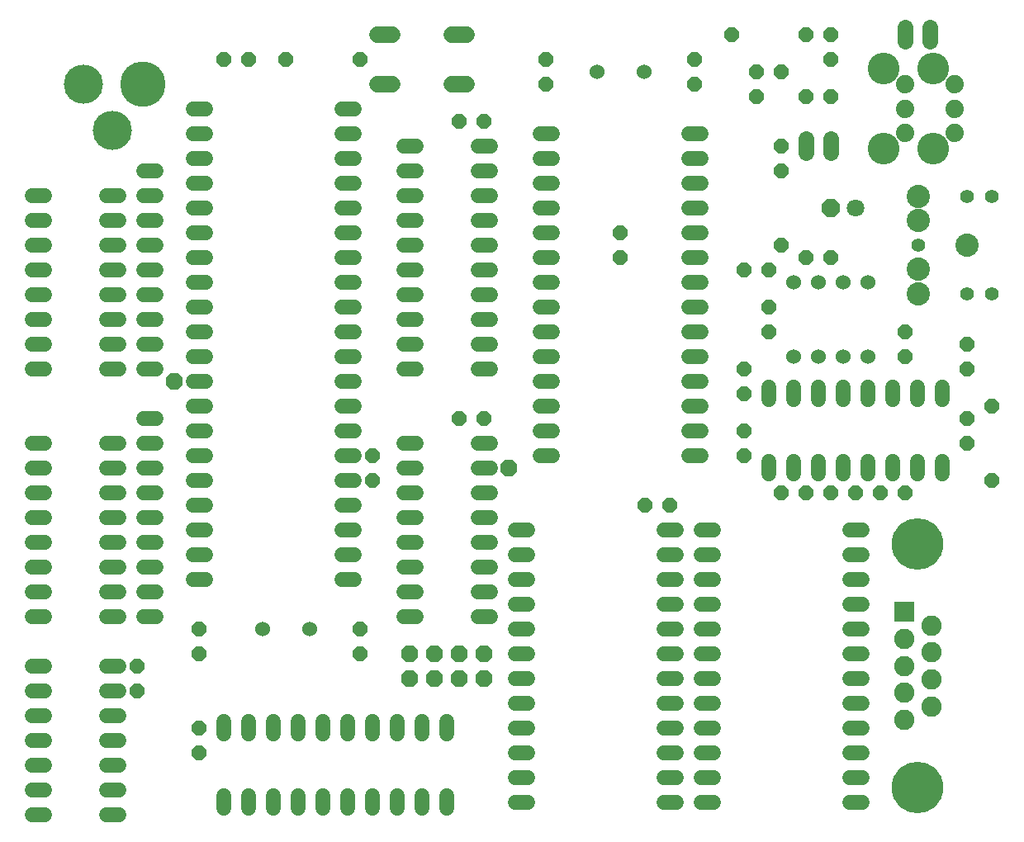
<source format=gbs>
G04 EAGLE Gerber RS-274X export*
G75*
%MOMM*%
%FSLAX34Y34*%
%LPD*%
%INSoldermask Bottom*%
%IPPOS*%
%AMOC8*
5,1,8,0,0,1.08239X$1,22.5*%
G01*
%ADD10P,1.649562X8X202.500000*%
%ADD11P,1.649562X8X292.500000*%
%ADD12C,1.524000*%
%ADD13P,1.649562X8X22.500000*%
%ADD14C,1.524000*%
%ADD15P,1.649562X8X112.500000*%
%ADD16P,1.951982X8X202.500000*%
%ADD17C,1.803400*%
%ADD18C,1.625600*%
%ADD19C,2.387600*%
%ADD20C,1.403200*%
%ADD21C,1.879600*%
%ADD22C,3.251200*%
%ADD23P,1.869504X8X22.500000*%
%ADD24C,1.727200*%
%ADD25R,2.082800X2.082800*%
%ADD26C,2.082800*%
%ADD27C,5.283200*%
%ADD28C,4.648200*%
%ADD29C,4.013200*%


D10*
X673100Y330200D03*
X647700Y330200D03*
D11*
X190500Y101600D03*
X190500Y76200D03*
D12*
X32004Y647700D02*
X18796Y647700D01*
X18796Y622300D02*
X32004Y622300D01*
X32004Y596900D02*
X18796Y596900D01*
X18796Y571500D02*
X32004Y571500D01*
X32004Y546100D02*
X18796Y546100D01*
X18796Y520700D02*
X32004Y520700D01*
X32004Y495300D02*
X18796Y495300D01*
X18796Y469900D02*
X32004Y469900D01*
X94996Y469900D02*
X108204Y469900D01*
X108204Y495300D02*
X94996Y495300D01*
X94996Y520700D02*
X108204Y520700D01*
X108204Y546100D02*
X94996Y546100D01*
X94996Y571500D02*
X108204Y571500D01*
X108204Y596900D02*
X94996Y596900D01*
X94996Y622300D02*
X108204Y622300D01*
X108204Y647700D02*
X94996Y647700D01*
X133096Y673100D02*
X146304Y673100D01*
X146304Y647700D02*
X133096Y647700D01*
X133096Y622300D02*
X146304Y622300D01*
X146304Y596900D02*
X133096Y596900D01*
X133096Y571500D02*
X146304Y571500D01*
X146304Y546100D02*
X133096Y546100D01*
X133096Y520700D02*
X146304Y520700D01*
X146304Y495300D02*
X133096Y495300D01*
X133096Y469900D02*
X146304Y469900D01*
D10*
X838200Y584200D03*
X812800Y584200D03*
D13*
X889000Y342900D03*
X914400Y342900D03*
D10*
X482600Y419100D03*
X457200Y419100D03*
D12*
X539496Y711200D02*
X552704Y711200D01*
X552704Y685800D02*
X539496Y685800D01*
X539496Y660400D02*
X552704Y660400D01*
X552704Y635000D02*
X539496Y635000D01*
X539496Y609600D02*
X552704Y609600D01*
X552704Y584200D02*
X539496Y584200D01*
X539496Y558800D02*
X552704Y558800D01*
X552704Y533400D02*
X539496Y533400D01*
X539496Y508000D02*
X552704Y508000D01*
X552704Y482600D02*
X539496Y482600D01*
X539496Y457200D02*
X552704Y457200D01*
X552704Y431800D02*
X539496Y431800D01*
X539496Y406400D02*
X552704Y406400D01*
X552704Y381000D02*
X539496Y381000D01*
X691896Y381000D02*
X705104Y381000D01*
X705104Y406400D02*
X691896Y406400D01*
X691896Y431800D02*
X705104Y431800D01*
X705104Y457200D02*
X691896Y457200D01*
X691896Y482600D02*
X705104Y482600D01*
X705104Y508000D02*
X691896Y508000D01*
X691896Y533400D02*
X705104Y533400D01*
X705104Y558800D02*
X691896Y558800D01*
X691896Y584200D02*
X705104Y584200D01*
X705104Y609600D02*
X691896Y609600D01*
X691896Y635000D02*
X705104Y635000D01*
X705104Y660400D02*
X691896Y660400D01*
X691896Y685800D02*
X705104Y685800D01*
X705104Y711200D02*
X691896Y711200D01*
D14*
X800100Y482600D03*
X825500Y482600D03*
X825500Y558800D03*
X800100Y558800D03*
X850900Y482600D03*
X876300Y482600D03*
X850900Y558800D03*
X876300Y558800D03*
D15*
X787400Y698500D03*
X787400Y774700D03*
D13*
X736600Y812800D03*
X812800Y812800D03*
D11*
X762000Y774700D03*
X762000Y749300D03*
D10*
X838200Y749300D03*
X812800Y749300D03*
D11*
X838200Y812800D03*
X838200Y787400D03*
X914400Y508000D03*
X914400Y482600D03*
X774700Y533400D03*
X774700Y508000D03*
D10*
X482600Y723900D03*
X457200Y723900D03*
D16*
X838200Y635000D03*
D17*
X863600Y635000D03*
D15*
X787400Y596900D03*
X787400Y673100D03*
D10*
X774700Y571500D03*
X749300Y571500D03*
D14*
X598170Y774700D03*
X646430Y774700D03*
D15*
X546100Y762000D03*
X546100Y787400D03*
X698500Y762000D03*
X698500Y787400D03*
D18*
X939800Y805688D02*
X939800Y819912D01*
X914400Y819912D02*
X914400Y805688D01*
D19*
X977900Y596900D03*
X927900Y571900D03*
X927900Y546900D03*
X927900Y621900D03*
X927900Y646900D03*
D20*
X977900Y546900D03*
X1002900Y546900D03*
X1002900Y646900D03*
X977900Y646900D03*
X927900Y596900D03*
D18*
X838200Y691388D02*
X838200Y705612D01*
X812800Y705612D02*
X812800Y691388D01*
D21*
X965200Y711600D03*
X965200Y736600D03*
X965200Y761600D03*
D22*
X943200Y777600D03*
X943200Y695600D03*
D21*
X914400Y711600D03*
X914400Y736600D03*
X914400Y761600D03*
D22*
X892400Y777600D03*
X892400Y695600D03*
D12*
X413004Y698500D02*
X399796Y698500D01*
X399796Y673100D02*
X413004Y673100D01*
X413004Y546100D02*
X399796Y546100D01*
X399796Y520700D02*
X413004Y520700D01*
X413004Y647700D02*
X399796Y647700D01*
X399796Y622300D02*
X413004Y622300D01*
X413004Y571500D02*
X399796Y571500D01*
X399796Y596900D02*
X413004Y596900D01*
X413004Y495300D02*
X399796Y495300D01*
X399796Y469900D02*
X413004Y469900D01*
X475996Y469900D02*
X489204Y469900D01*
X489204Y495300D02*
X475996Y495300D01*
X475996Y520700D02*
X489204Y520700D01*
X489204Y546100D02*
X475996Y546100D01*
X475996Y571500D02*
X489204Y571500D01*
X489204Y596900D02*
X475996Y596900D01*
X475996Y622300D02*
X489204Y622300D01*
X489204Y647700D02*
X475996Y647700D01*
X475996Y673100D02*
X489204Y673100D01*
X489204Y698500D02*
X475996Y698500D01*
X197104Y736600D02*
X183896Y736600D01*
X183896Y711200D02*
X197104Y711200D01*
X197104Y584200D02*
X183896Y584200D01*
X183896Y558800D02*
X197104Y558800D01*
X197104Y685800D02*
X183896Y685800D01*
X183896Y660400D02*
X197104Y660400D01*
X197104Y609600D02*
X183896Y609600D01*
X183896Y635000D02*
X197104Y635000D01*
X197104Y533400D02*
X183896Y533400D01*
X183896Y508000D02*
X197104Y508000D01*
X197104Y482600D02*
X183896Y482600D01*
X183896Y457200D02*
X197104Y457200D01*
X197104Y431800D02*
X183896Y431800D01*
X183896Y406400D02*
X197104Y406400D01*
X197104Y381000D02*
X183896Y381000D01*
X183896Y355600D02*
X197104Y355600D01*
X197104Y330200D02*
X183896Y330200D01*
X183896Y304800D02*
X197104Y304800D01*
X197104Y279400D02*
X183896Y279400D01*
X183896Y254000D02*
X197104Y254000D01*
X336296Y254000D02*
X349504Y254000D01*
X349504Y279400D02*
X336296Y279400D01*
X336296Y304800D02*
X349504Y304800D01*
X349504Y330200D02*
X336296Y330200D01*
X336296Y355600D02*
X349504Y355600D01*
X349504Y381000D02*
X336296Y381000D01*
X336296Y406400D02*
X349504Y406400D01*
X349504Y431800D02*
X336296Y431800D01*
X336296Y457200D02*
X349504Y457200D01*
X349504Y482600D02*
X336296Y482600D01*
X336296Y508000D02*
X349504Y508000D01*
X349504Y533400D02*
X336296Y533400D01*
X336296Y558800D02*
X349504Y558800D01*
X349504Y584200D02*
X336296Y584200D01*
X336296Y609600D02*
X349504Y609600D01*
X349504Y635000D02*
X336296Y635000D01*
X336296Y660400D02*
X349504Y660400D01*
X349504Y685800D02*
X336296Y685800D01*
X336296Y711200D02*
X349504Y711200D01*
X349504Y736600D02*
X336296Y736600D01*
X399796Y393700D02*
X413004Y393700D01*
X413004Y368300D02*
X399796Y368300D01*
X399796Y241300D02*
X413004Y241300D01*
X413004Y215900D02*
X399796Y215900D01*
X399796Y342900D02*
X413004Y342900D01*
X413004Y317500D02*
X399796Y317500D01*
X399796Y266700D02*
X413004Y266700D01*
X413004Y292100D02*
X399796Y292100D01*
X475996Y215900D02*
X489204Y215900D01*
X489204Y241300D02*
X475996Y241300D01*
X475996Y266700D02*
X489204Y266700D01*
X489204Y292100D02*
X475996Y292100D01*
X475996Y317500D02*
X489204Y317500D01*
X489204Y342900D02*
X475996Y342900D01*
X475996Y368300D02*
X489204Y368300D01*
X489204Y393700D02*
X475996Y393700D01*
X32004Y165100D02*
X18796Y165100D01*
X18796Y139700D02*
X32004Y139700D01*
X32004Y12700D02*
X18796Y12700D01*
X94996Y12700D02*
X108204Y12700D01*
X32004Y114300D02*
X18796Y114300D01*
X18796Y88900D02*
X32004Y88900D01*
X32004Y38100D02*
X18796Y38100D01*
X18796Y63500D02*
X32004Y63500D01*
X94996Y38100D02*
X108204Y38100D01*
X108204Y63500D02*
X94996Y63500D01*
X94996Y88900D02*
X108204Y88900D01*
X108204Y114300D02*
X94996Y114300D01*
X94996Y139700D02*
X108204Y139700D01*
X108204Y165100D02*
X94996Y165100D01*
D23*
X406400Y152400D03*
X431800Y152400D03*
X457200Y152400D03*
X482600Y152400D03*
X406400Y177800D03*
X431800Y177800D03*
X457200Y177800D03*
X482600Y177800D03*
D13*
X279400Y787400D03*
X355600Y787400D03*
D10*
X241300Y787400D03*
X215900Y787400D03*
D24*
X373380Y812800D02*
X388620Y812800D01*
X388620Y762000D02*
X373380Y762000D01*
X449580Y812800D02*
X464820Y812800D01*
X464820Y762000D02*
X449580Y762000D01*
D14*
X255270Y203200D03*
X303530Y203200D03*
D11*
X190500Y203200D03*
X190500Y177800D03*
X355600Y203200D03*
X355600Y177800D03*
D12*
X215900Y32004D02*
X215900Y18796D01*
X241300Y18796D02*
X241300Y32004D01*
X368300Y32004D02*
X368300Y18796D01*
X393700Y18796D02*
X393700Y32004D01*
X266700Y32004D02*
X266700Y18796D01*
X292100Y18796D02*
X292100Y32004D01*
X342900Y32004D02*
X342900Y18796D01*
X317500Y18796D02*
X317500Y32004D01*
X419100Y32004D02*
X419100Y18796D01*
X444500Y18796D02*
X444500Y32004D01*
X444500Y94996D02*
X444500Y108204D01*
X419100Y108204D02*
X419100Y94996D01*
X393700Y94996D02*
X393700Y108204D01*
X368300Y108204D02*
X368300Y94996D01*
X342900Y94996D02*
X342900Y108204D01*
X317500Y108204D02*
X317500Y94996D01*
X292100Y94996D02*
X292100Y108204D01*
X266700Y108204D02*
X266700Y94996D01*
X241300Y94996D02*
X241300Y108204D01*
X215900Y108204D02*
X215900Y94996D01*
X32004Y393700D02*
X18796Y393700D01*
X18796Y368300D02*
X32004Y368300D01*
X32004Y342900D02*
X18796Y342900D01*
X18796Y317500D02*
X32004Y317500D01*
X32004Y292100D02*
X18796Y292100D01*
X18796Y266700D02*
X32004Y266700D01*
X32004Y241300D02*
X18796Y241300D01*
X18796Y215900D02*
X32004Y215900D01*
X94996Y215900D02*
X108204Y215900D01*
X108204Y241300D02*
X94996Y241300D01*
X94996Y266700D02*
X108204Y266700D01*
X108204Y292100D02*
X94996Y292100D01*
X94996Y317500D02*
X108204Y317500D01*
X108204Y342900D02*
X94996Y342900D01*
X94996Y368300D02*
X108204Y368300D01*
X108204Y393700D02*
X94996Y393700D01*
X133096Y419100D02*
X146304Y419100D01*
X146304Y393700D02*
X133096Y393700D01*
X133096Y368300D02*
X146304Y368300D01*
X146304Y342900D02*
X133096Y342900D01*
X133096Y317500D02*
X146304Y317500D01*
X146304Y292100D02*
X133096Y292100D01*
X133096Y266700D02*
X146304Y266700D01*
X146304Y241300D02*
X133096Y241300D01*
X133096Y215900D02*
X146304Y215900D01*
X514096Y304800D02*
X527304Y304800D01*
X527304Y279400D02*
X514096Y279400D01*
X514096Y152400D02*
X527304Y152400D01*
X527304Y127000D02*
X514096Y127000D01*
X514096Y254000D02*
X527304Y254000D01*
X527304Y228600D02*
X514096Y228600D01*
X514096Y177800D02*
X527304Y177800D01*
X527304Y203200D02*
X514096Y203200D01*
X514096Y101600D02*
X527304Y101600D01*
X527304Y76200D02*
X514096Y76200D01*
X514096Y50800D02*
X527304Y50800D01*
X527304Y25400D02*
X514096Y25400D01*
X666496Y25400D02*
X679704Y25400D01*
X679704Y50800D02*
X666496Y50800D01*
X666496Y76200D02*
X679704Y76200D01*
X679704Y101600D02*
X666496Y101600D01*
X666496Y127000D02*
X679704Y127000D01*
X679704Y152400D02*
X666496Y152400D01*
X666496Y177800D02*
X679704Y177800D01*
X679704Y203200D02*
X666496Y203200D01*
X666496Y228600D02*
X679704Y228600D01*
X679704Y254000D02*
X666496Y254000D01*
X666496Y279400D02*
X679704Y279400D01*
X679704Y304800D02*
X666496Y304800D01*
X704596Y304800D02*
X717804Y304800D01*
X717804Y279400D02*
X704596Y279400D01*
X704596Y254000D02*
X717804Y254000D01*
X717804Y228600D02*
X704596Y228600D01*
X704596Y203200D02*
X717804Y203200D01*
X717804Y177800D02*
X704596Y177800D01*
X704596Y152400D02*
X717804Y152400D01*
X717804Y127000D02*
X704596Y127000D01*
X704596Y101600D02*
X717804Y101600D01*
X717804Y76200D02*
X704596Y76200D01*
X704596Y50800D02*
X717804Y50800D01*
X717804Y25400D02*
X704596Y25400D01*
X856996Y25400D02*
X870204Y25400D01*
X870204Y50800D02*
X856996Y50800D01*
X856996Y76200D02*
X870204Y76200D01*
X870204Y101600D02*
X856996Y101600D01*
X856996Y127000D02*
X870204Y127000D01*
X870204Y152400D02*
X856996Y152400D01*
X856996Y177800D02*
X870204Y177800D01*
X870204Y203200D02*
X856996Y203200D01*
X856996Y228600D02*
X870204Y228600D01*
X870204Y254000D02*
X856996Y254000D01*
X856996Y279400D02*
X870204Y279400D01*
X870204Y304800D02*
X856996Y304800D01*
D25*
X912900Y220500D03*
D26*
X912900Y192800D03*
X912900Y165100D03*
X912900Y137400D03*
X912900Y109700D03*
X941300Y206600D03*
X941300Y178900D03*
X941300Y151300D03*
X941300Y123600D03*
D27*
X927100Y290100D03*
X927100Y40100D03*
D12*
X774700Y361696D02*
X774700Y374904D01*
X800100Y374904D02*
X800100Y361696D01*
X927100Y361696D02*
X927100Y374904D01*
X952500Y374904D02*
X952500Y361696D01*
X825500Y361696D02*
X825500Y374904D01*
X850900Y374904D02*
X850900Y361696D01*
X901700Y361696D02*
X901700Y374904D01*
X876300Y374904D02*
X876300Y361696D01*
X952500Y437896D02*
X952500Y451104D01*
X927100Y451104D02*
X927100Y437896D01*
X901700Y437896D02*
X901700Y451104D01*
X876300Y451104D02*
X876300Y437896D01*
X850900Y437896D02*
X850900Y451104D01*
X825500Y451104D02*
X825500Y437896D01*
X800100Y437896D02*
X800100Y451104D01*
X774700Y451104D02*
X774700Y437896D01*
D13*
X787400Y342900D03*
X812800Y342900D03*
X838200Y342900D03*
X863600Y342900D03*
D15*
X977900Y393700D03*
X977900Y419100D03*
X749300Y381000D03*
X749300Y406400D03*
D28*
X132600Y762000D03*
D29*
X71600Y762000D03*
X101600Y714000D03*
D15*
X749300Y444500D03*
X749300Y469900D03*
X368300Y355600D03*
X368300Y381000D03*
D11*
X127000Y165100D03*
X127000Y139700D03*
D15*
X977900Y469900D03*
X977900Y495300D03*
X1003300Y355600D03*
X1003300Y431800D03*
X622300Y584200D03*
X622300Y609600D03*
D23*
X508000Y368300D03*
X165100Y457200D03*
M02*

</source>
